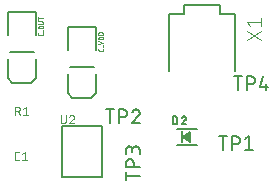
<source format=gbr>
G04 EAGLE Gerber X2 export*
%TF.Part,Single*%
%TF.FileFunction,Legend,Top,1*%
%TF.FilePolarity,Positive*%
%TF.GenerationSoftware,Autodesk,EAGLE,9.1.0*%
%TF.CreationDate,2018-08-23T06:33:32Z*%
G75*
%MOMM*%
%FSLAX34Y34*%
%LPD*%
%AMOC8*
5,1,8,0,0,1.08239X$1,22.5*%
G01*
%ADD10C,0.076200*%
%ADD11C,0.203200*%
%ADD12C,0.127000*%
%ADD13C,0.025400*%
%ADD14C,0.050800*%
%ADD15C,0.101600*%
%ADD16C,0.152400*%
%ADD17R,0.200000X1.000000*%

G36*
X167145Y47793D02*
X167145Y47793D01*
X167216Y47791D01*
X167285Y47809D01*
X167356Y47818D01*
X167422Y47845D01*
X167491Y47863D01*
X167552Y47900D01*
X167618Y47927D01*
X167674Y47972D01*
X167736Y48009D01*
X167785Y48060D01*
X167840Y48105D01*
X167881Y48164D01*
X167930Y48216D01*
X167963Y48279D01*
X168004Y48337D01*
X168027Y48405D01*
X168060Y48469D01*
X168070Y48528D01*
X168097Y48606D01*
X168103Y48725D01*
X168115Y48800D01*
X168115Y52800D01*
X168105Y52871D01*
X168105Y52943D01*
X168085Y53011D01*
X168075Y53082D01*
X168046Y53147D01*
X168026Y53216D01*
X167988Y53276D01*
X167959Y53341D01*
X167913Y53396D01*
X167875Y53456D01*
X167822Y53504D01*
X167776Y53558D01*
X167716Y53598D01*
X167662Y53645D01*
X167598Y53676D01*
X167539Y53716D01*
X167471Y53737D01*
X167406Y53768D01*
X167336Y53780D01*
X167268Y53801D01*
X167196Y53803D01*
X167126Y53815D01*
X167055Y53807D01*
X166984Y53809D01*
X166914Y53790D01*
X166843Y53782D01*
X166788Y53757D01*
X166709Y53737D01*
X166606Y53676D01*
X166537Y53645D01*
X163537Y51645D01*
X163450Y51568D01*
X163360Y51495D01*
X163345Y51473D01*
X163325Y51455D01*
X163263Y51358D01*
X163196Y51263D01*
X163188Y51237D01*
X163173Y51215D01*
X163141Y51104D01*
X163103Y50994D01*
X163102Y50967D01*
X163095Y50942D01*
X163095Y50826D01*
X163089Y50710D01*
X163095Y50684D01*
X163095Y50657D01*
X163127Y50546D01*
X163153Y50433D01*
X163166Y50410D01*
X163174Y50384D01*
X163236Y50286D01*
X163292Y50185D01*
X163310Y50169D01*
X163325Y50144D01*
X163533Y49959D01*
X163537Y49955D01*
X166537Y47955D01*
X166601Y47924D01*
X166661Y47885D01*
X166729Y47863D01*
X166793Y47832D01*
X166864Y47820D01*
X166932Y47799D01*
X167003Y47797D01*
X167074Y47785D01*
X167145Y47793D01*
G37*
D10*
X22705Y31131D02*
X21068Y31131D01*
X20990Y31133D01*
X20912Y31138D01*
X20835Y31148D01*
X20758Y31161D01*
X20682Y31177D01*
X20607Y31197D01*
X20533Y31221D01*
X20460Y31248D01*
X20388Y31279D01*
X20318Y31313D01*
X20249Y31350D01*
X20183Y31391D01*
X20118Y31435D01*
X20056Y31481D01*
X19996Y31531D01*
X19938Y31583D01*
X19883Y31638D01*
X19831Y31696D01*
X19781Y31756D01*
X19735Y31818D01*
X19691Y31883D01*
X19650Y31950D01*
X19613Y32018D01*
X19579Y32088D01*
X19548Y32160D01*
X19521Y32233D01*
X19497Y32307D01*
X19477Y32382D01*
X19461Y32458D01*
X19448Y32535D01*
X19438Y32612D01*
X19433Y32690D01*
X19431Y32768D01*
X19431Y36860D01*
X19433Y36940D01*
X19439Y37020D01*
X19449Y37100D01*
X19462Y37179D01*
X19480Y37258D01*
X19501Y37335D01*
X19527Y37411D01*
X19556Y37486D01*
X19588Y37560D01*
X19624Y37632D01*
X19664Y37702D01*
X19707Y37769D01*
X19753Y37835D01*
X19803Y37898D01*
X19855Y37959D01*
X19910Y38018D01*
X19969Y38073D01*
X20029Y38125D01*
X20093Y38175D01*
X20159Y38221D01*
X20226Y38264D01*
X20296Y38304D01*
X20368Y38340D01*
X20442Y38372D01*
X20516Y38401D01*
X20593Y38427D01*
X20670Y38448D01*
X20749Y38466D01*
X20828Y38479D01*
X20908Y38489D01*
X20988Y38495D01*
X21068Y38497D01*
X22705Y38497D01*
X25550Y36860D02*
X27596Y38497D01*
X27596Y31131D01*
X25550Y31131D02*
X29642Y31131D01*
D11*
X13400Y137000D02*
X13400Y157000D01*
X37400Y157000D01*
X37400Y137000D01*
X13400Y117000D02*
X13400Y101000D01*
X17400Y97000D01*
X33400Y97000D01*
X37400Y101000D01*
X37400Y117000D01*
D12*
X35560Y123190D02*
X15240Y123190D01*
D13*
X43147Y137704D02*
X43147Y138551D01*
X43147Y137704D02*
X43145Y137646D01*
X43139Y137589D01*
X43129Y137532D01*
X43116Y137475D01*
X43098Y137420D01*
X43077Y137367D01*
X43052Y137314D01*
X43024Y137264D01*
X42992Y137216D01*
X42957Y137169D01*
X42919Y137126D01*
X42878Y137085D01*
X42835Y137047D01*
X42788Y137012D01*
X42740Y136980D01*
X42690Y136952D01*
X42637Y136927D01*
X42584Y136906D01*
X42529Y136888D01*
X42472Y136875D01*
X42415Y136865D01*
X42358Y136859D01*
X42300Y136857D01*
X42300Y136858D02*
X40184Y136858D01*
X40184Y136857D02*
X40126Y136859D01*
X40069Y136865D01*
X40012Y136875D01*
X39955Y136888D01*
X39900Y136906D01*
X39847Y136927D01*
X39794Y136952D01*
X39744Y136980D01*
X39696Y137012D01*
X39649Y137047D01*
X39606Y137085D01*
X39565Y137126D01*
X39527Y137169D01*
X39492Y137216D01*
X39460Y137264D01*
X39432Y137314D01*
X39407Y137367D01*
X39386Y137420D01*
X39368Y137475D01*
X39355Y137532D01*
X39345Y137589D01*
X39339Y137646D01*
X39337Y137704D01*
X39337Y138551D01*
X43570Y139761D02*
X43570Y141454D01*
X42089Y142841D02*
X40395Y142841D01*
X40395Y142842D02*
X40331Y142844D01*
X40267Y142850D01*
X40204Y142859D01*
X40142Y142873D01*
X40080Y142890D01*
X40020Y142911D01*
X39961Y142935D01*
X39903Y142963D01*
X39848Y142995D01*
X39794Y143029D01*
X39743Y143067D01*
X39693Y143108D01*
X39647Y143152D01*
X39603Y143198D01*
X39562Y143248D01*
X39524Y143299D01*
X39490Y143353D01*
X39458Y143408D01*
X39430Y143466D01*
X39406Y143525D01*
X39385Y143585D01*
X39368Y143647D01*
X39354Y143709D01*
X39345Y143772D01*
X39339Y143836D01*
X39337Y143900D01*
X39339Y143964D01*
X39345Y144028D01*
X39354Y144091D01*
X39368Y144153D01*
X39385Y144215D01*
X39406Y144275D01*
X39430Y144334D01*
X39458Y144392D01*
X39490Y144447D01*
X39524Y144501D01*
X39562Y144552D01*
X39603Y144602D01*
X39647Y144648D01*
X39693Y144692D01*
X39743Y144733D01*
X39794Y144771D01*
X39848Y144805D01*
X39903Y144837D01*
X39961Y144865D01*
X40020Y144889D01*
X40080Y144910D01*
X40142Y144927D01*
X40204Y144941D01*
X40267Y144950D01*
X40331Y144956D01*
X40395Y144958D01*
X42089Y144958D01*
X42153Y144956D01*
X42217Y144950D01*
X42280Y144941D01*
X42342Y144927D01*
X42404Y144910D01*
X42464Y144889D01*
X42523Y144865D01*
X42581Y144837D01*
X42636Y144805D01*
X42690Y144771D01*
X42741Y144733D01*
X42791Y144692D01*
X42837Y144648D01*
X42881Y144602D01*
X42922Y144552D01*
X42960Y144501D01*
X42994Y144447D01*
X43026Y144392D01*
X43054Y144334D01*
X43078Y144275D01*
X43099Y144215D01*
X43116Y144153D01*
X43130Y144091D01*
X43139Y144028D01*
X43145Y143964D01*
X43147Y143900D01*
X43145Y143836D01*
X43139Y143772D01*
X43130Y143709D01*
X43116Y143647D01*
X43099Y143585D01*
X43078Y143525D01*
X43054Y143466D01*
X43026Y143408D01*
X42994Y143353D01*
X42960Y143299D01*
X42922Y143248D01*
X42881Y143198D01*
X42837Y143152D01*
X42791Y143108D01*
X42741Y143067D01*
X42690Y143029D01*
X42636Y142995D01*
X42581Y142963D01*
X42523Y142935D01*
X42464Y142911D01*
X42404Y142890D01*
X42342Y142873D01*
X42280Y142859D01*
X42217Y142850D01*
X42153Y142844D01*
X42089Y142842D01*
X42089Y146621D02*
X39337Y146621D01*
X42089Y146621D02*
X42153Y146623D01*
X42217Y146629D01*
X42280Y146638D01*
X42342Y146652D01*
X42404Y146669D01*
X42464Y146690D01*
X42523Y146714D01*
X42581Y146742D01*
X42636Y146774D01*
X42690Y146808D01*
X42741Y146846D01*
X42791Y146887D01*
X42837Y146931D01*
X42881Y146977D01*
X42922Y147027D01*
X42960Y147078D01*
X42994Y147132D01*
X43026Y147187D01*
X43054Y147245D01*
X43078Y147304D01*
X43099Y147364D01*
X43116Y147426D01*
X43130Y147488D01*
X43139Y147551D01*
X43145Y147615D01*
X43147Y147679D01*
X43145Y147743D01*
X43139Y147807D01*
X43130Y147870D01*
X43116Y147932D01*
X43099Y147994D01*
X43078Y148054D01*
X43054Y148113D01*
X43026Y148171D01*
X42994Y148226D01*
X42960Y148280D01*
X42922Y148331D01*
X42881Y148381D01*
X42837Y148427D01*
X42791Y148471D01*
X42741Y148512D01*
X42690Y148550D01*
X42636Y148584D01*
X42581Y148616D01*
X42523Y148644D01*
X42464Y148668D01*
X42404Y148689D01*
X42342Y148706D01*
X42280Y148720D01*
X42217Y148729D01*
X42153Y148735D01*
X42089Y148737D01*
X39337Y148737D01*
X39337Y151215D02*
X43147Y151215D01*
X39337Y150156D02*
X39337Y152273D01*
D11*
X64200Y144300D02*
X64200Y124300D01*
X64200Y144300D02*
X88200Y144300D01*
X88200Y124300D01*
X64200Y104300D02*
X64200Y88300D01*
X68200Y84300D01*
X84200Y84300D01*
X88200Y88300D01*
X88200Y104300D01*
D12*
X86360Y110490D02*
X66040Y110490D01*
D13*
X93947Y124639D02*
X93947Y125485D01*
X93947Y124639D02*
X93945Y124581D01*
X93939Y124524D01*
X93929Y124467D01*
X93916Y124410D01*
X93898Y124355D01*
X93877Y124302D01*
X93852Y124249D01*
X93824Y124199D01*
X93792Y124151D01*
X93757Y124104D01*
X93719Y124061D01*
X93678Y124020D01*
X93635Y123982D01*
X93588Y123947D01*
X93540Y123915D01*
X93490Y123887D01*
X93437Y123862D01*
X93384Y123841D01*
X93329Y123823D01*
X93272Y123810D01*
X93215Y123800D01*
X93158Y123794D01*
X93100Y123792D01*
X90984Y123792D01*
X90926Y123794D01*
X90869Y123800D01*
X90812Y123810D01*
X90755Y123823D01*
X90700Y123841D01*
X90647Y123862D01*
X90594Y123887D01*
X90544Y123915D01*
X90496Y123947D01*
X90449Y123982D01*
X90406Y124020D01*
X90365Y124061D01*
X90327Y124104D01*
X90292Y124151D01*
X90260Y124199D01*
X90232Y124249D01*
X90207Y124302D01*
X90186Y124355D01*
X90168Y124410D01*
X90155Y124467D01*
X90145Y124524D01*
X90139Y124581D01*
X90137Y124639D01*
X90137Y125485D01*
X94370Y126695D02*
X94370Y128389D01*
X93947Y130834D02*
X90137Y129564D01*
X90137Y132104D02*
X93947Y130834D01*
X93947Y133555D02*
X90137Y133555D01*
X90137Y134613D01*
X90139Y134677D01*
X90145Y134741D01*
X90154Y134804D01*
X90168Y134866D01*
X90185Y134928D01*
X90206Y134988D01*
X90230Y135047D01*
X90258Y135105D01*
X90290Y135160D01*
X90324Y135214D01*
X90362Y135265D01*
X90403Y135315D01*
X90447Y135361D01*
X90493Y135405D01*
X90543Y135446D01*
X90594Y135484D01*
X90648Y135518D01*
X90703Y135550D01*
X90761Y135578D01*
X90820Y135602D01*
X90880Y135623D01*
X90942Y135640D01*
X91004Y135654D01*
X91068Y135663D01*
X91131Y135669D01*
X91195Y135671D01*
X91195Y135672D02*
X92889Y135672D01*
X92889Y135671D02*
X92953Y135669D01*
X93017Y135663D01*
X93080Y135654D01*
X93142Y135640D01*
X93204Y135623D01*
X93264Y135602D01*
X93323Y135578D01*
X93381Y135550D01*
X93436Y135518D01*
X93490Y135484D01*
X93541Y135446D01*
X93591Y135405D01*
X93637Y135361D01*
X93681Y135315D01*
X93722Y135265D01*
X93760Y135214D01*
X93794Y135160D01*
X93826Y135105D01*
X93854Y135047D01*
X93878Y134988D01*
X93899Y134928D01*
X93916Y134866D01*
X93930Y134804D01*
X93939Y134741D01*
X93945Y134677D01*
X93947Y134613D01*
X93947Y133555D01*
X93947Y137456D02*
X90137Y137456D01*
X90137Y138515D01*
X90139Y138579D01*
X90145Y138643D01*
X90154Y138706D01*
X90168Y138768D01*
X90185Y138830D01*
X90206Y138890D01*
X90230Y138949D01*
X90258Y139007D01*
X90290Y139062D01*
X90324Y139116D01*
X90362Y139167D01*
X90403Y139217D01*
X90447Y139263D01*
X90493Y139307D01*
X90543Y139348D01*
X90594Y139386D01*
X90648Y139420D01*
X90703Y139452D01*
X90761Y139480D01*
X90820Y139504D01*
X90880Y139525D01*
X90942Y139542D01*
X91004Y139556D01*
X91068Y139565D01*
X91131Y139571D01*
X91195Y139573D01*
X92889Y139573D01*
X92953Y139571D01*
X93017Y139565D01*
X93080Y139556D01*
X93142Y139542D01*
X93204Y139525D01*
X93264Y139504D01*
X93323Y139480D01*
X93381Y139452D01*
X93436Y139420D01*
X93490Y139386D01*
X93541Y139348D01*
X93591Y139307D01*
X93637Y139263D01*
X93681Y139217D01*
X93722Y139167D01*
X93760Y139116D01*
X93794Y139062D01*
X93826Y139007D01*
X93854Y138949D01*
X93878Y138890D01*
X93899Y138830D01*
X93916Y138768D01*
X93930Y138706D01*
X93939Y138643D01*
X93945Y138579D01*
X93947Y138515D01*
X93947Y137456D01*
D10*
X19431Y76597D02*
X19431Y69231D01*
X19431Y76597D02*
X21477Y76597D01*
X21566Y76595D01*
X21655Y76589D01*
X21744Y76579D01*
X21832Y76566D01*
X21920Y76549D01*
X22007Y76527D01*
X22092Y76502D01*
X22177Y76474D01*
X22260Y76441D01*
X22342Y76405D01*
X22422Y76366D01*
X22500Y76323D01*
X22576Y76277D01*
X22651Y76227D01*
X22723Y76174D01*
X22792Y76118D01*
X22859Y76059D01*
X22924Y75998D01*
X22985Y75933D01*
X23044Y75866D01*
X23100Y75797D01*
X23153Y75725D01*
X23203Y75650D01*
X23249Y75574D01*
X23292Y75496D01*
X23331Y75416D01*
X23367Y75334D01*
X23400Y75251D01*
X23428Y75166D01*
X23453Y75081D01*
X23475Y74994D01*
X23492Y74906D01*
X23505Y74818D01*
X23515Y74729D01*
X23521Y74640D01*
X23523Y74551D01*
X23521Y74462D01*
X23515Y74373D01*
X23505Y74284D01*
X23492Y74196D01*
X23475Y74108D01*
X23453Y74021D01*
X23428Y73936D01*
X23400Y73851D01*
X23367Y73768D01*
X23331Y73686D01*
X23292Y73606D01*
X23249Y73528D01*
X23203Y73452D01*
X23153Y73377D01*
X23100Y73305D01*
X23044Y73236D01*
X22985Y73169D01*
X22924Y73104D01*
X22859Y73043D01*
X22792Y72984D01*
X22723Y72928D01*
X22651Y72875D01*
X22576Y72825D01*
X22500Y72779D01*
X22422Y72736D01*
X22342Y72697D01*
X22260Y72661D01*
X22177Y72628D01*
X22092Y72600D01*
X22007Y72575D01*
X21920Y72553D01*
X21832Y72536D01*
X21744Y72523D01*
X21655Y72513D01*
X21566Y72507D01*
X21477Y72505D01*
X19431Y72505D01*
X21886Y72505D02*
X23523Y69231D01*
X26695Y74960D02*
X28741Y76597D01*
X28741Y69231D01*
X26695Y69231D02*
X30787Y69231D01*
D12*
X59200Y60100D02*
X93200Y60100D01*
X93200Y17100D01*
X59200Y17100D01*
X59200Y60100D01*
D14*
X58454Y64330D02*
X58454Y69466D01*
X58454Y64330D02*
X58456Y64243D01*
X58462Y64155D01*
X58471Y64068D01*
X58485Y63982D01*
X58502Y63896D01*
X58523Y63812D01*
X58548Y63728D01*
X58577Y63645D01*
X58609Y63564D01*
X58644Y63484D01*
X58683Y63406D01*
X58726Y63329D01*
X58772Y63255D01*
X58821Y63183D01*
X58873Y63113D01*
X58929Y63045D01*
X58987Y62980D01*
X59048Y62917D01*
X59112Y62858D01*
X59179Y62801D01*
X59247Y62747D01*
X59319Y62696D01*
X59392Y62649D01*
X59467Y62604D01*
X59545Y62563D01*
X59624Y62526D01*
X59704Y62492D01*
X59786Y62462D01*
X59869Y62435D01*
X59954Y62412D01*
X60039Y62393D01*
X60125Y62378D01*
X60212Y62366D01*
X60299Y62358D01*
X60386Y62354D01*
X60474Y62354D01*
X60561Y62358D01*
X60648Y62366D01*
X60735Y62378D01*
X60821Y62393D01*
X60906Y62412D01*
X60991Y62435D01*
X61074Y62462D01*
X61156Y62492D01*
X61236Y62526D01*
X61315Y62563D01*
X61393Y62604D01*
X61468Y62649D01*
X61541Y62696D01*
X61613Y62747D01*
X61681Y62801D01*
X61748Y62858D01*
X61812Y62917D01*
X61873Y62980D01*
X61931Y63045D01*
X61987Y63113D01*
X62039Y63183D01*
X62088Y63255D01*
X62134Y63329D01*
X62177Y63406D01*
X62216Y63484D01*
X62251Y63564D01*
X62283Y63645D01*
X62312Y63728D01*
X62337Y63812D01*
X62358Y63896D01*
X62375Y63982D01*
X62389Y64068D01*
X62398Y64155D01*
X62404Y64243D01*
X62406Y64330D01*
X62405Y64330D02*
X62405Y69466D01*
X67714Y69466D02*
X67796Y69464D01*
X67878Y69458D01*
X67960Y69449D01*
X68041Y69436D01*
X68121Y69419D01*
X68201Y69398D01*
X68279Y69374D01*
X68356Y69346D01*
X68432Y69315D01*
X68507Y69280D01*
X68579Y69241D01*
X68650Y69200D01*
X68719Y69155D01*
X68785Y69107D01*
X68850Y69056D01*
X68912Y69002D01*
X68971Y68945D01*
X69028Y68886D01*
X69082Y68824D01*
X69133Y68759D01*
X69181Y68693D01*
X69226Y68624D01*
X69267Y68553D01*
X69306Y68481D01*
X69341Y68406D01*
X69372Y68330D01*
X69400Y68253D01*
X69424Y68175D01*
X69445Y68095D01*
X69462Y68015D01*
X69475Y67934D01*
X69484Y67852D01*
X69490Y67770D01*
X69492Y67688D01*
X67714Y69466D02*
X67621Y69464D01*
X67529Y69458D01*
X67437Y69449D01*
X67345Y69436D01*
X67254Y69419D01*
X67164Y69399D01*
X67074Y69375D01*
X66986Y69347D01*
X66898Y69315D01*
X66813Y69281D01*
X66728Y69242D01*
X66646Y69201D01*
X66565Y69156D01*
X66485Y69107D01*
X66408Y69056D01*
X66333Y69002D01*
X66261Y68944D01*
X66191Y68884D01*
X66123Y68820D01*
X66058Y68755D01*
X65995Y68686D01*
X65936Y68615D01*
X65879Y68542D01*
X65825Y68466D01*
X65775Y68389D01*
X65727Y68309D01*
X65683Y68228D01*
X65643Y68144D01*
X65605Y68060D01*
X65571Y67973D01*
X65541Y67886D01*
X68899Y66305D02*
X68960Y66366D01*
X69018Y66429D01*
X69073Y66495D01*
X69126Y66563D01*
X69175Y66634D01*
X69220Y66706D01*
X69263Y66781D01*
X69302Y66857D01*
X69338Y66936D01*
X69370Y67015D01*
X69398Y67096D01*
X69423Y67179D01*
X69444Y67262D01*
X69461Y67346D01*
X69475Y67431D01*
X69484Y67516D01*
X69490Y67602D01*
X69492Y67688D01*
X68899Y66305D02*
X65541Y62354D01*
X69492Y62354D01*
D11*
X192800Y154800D02*
X192800Y162300D01*
X192800Y154800D02*
X205800Y154800D01*
X205800Y106800D01*
X149800Y106800D02*
X149800Y154800D01*
X162800Y154800D01*
X162800Y162300D01*
X192800Y162300D01*
D15*
X215808Y140511D02*
X227492Y132722D01*
X227492Y140511D02*
X215808Y132722D01*
X218404Y144801D02*
X215808Y148046D01*
X227492Y148046D01*
X227492Y144801D02*
X227492Y151292D01*
D16*
X153162Y68326D02*
X153162Y61722D01*
X153162Y68326D02*
X154996Y68326D01*
X155081Y68324D01*
X155165Y68318D01*
X155249Y68308D01*
X155333Y68295D01*
X155416Y68277D01*
X155498Y68256D01*
X155579Y68231D01*
X155659Y68202D01*
X155737Y68170D01*
X155813Y68134D01*
X155888Y68094D01*
X155961Y68051D01*
X156032Y68005D01*
X156101Y67956D01*
X156168Y67903D01*
X156232Y67847D01*
X156293Y67789D01*
X156351Y67728D01*
X156407Y67664D01*
X156460Y67597D01*
X156509Y67528D01*
X156555Y67457D01*
X156598Y67384D01*
X156638Y67309D01*
X156674Y67233D01*
X156706Y67155D01*
X156735Y67075D01*
X156760Y66994D01*
X156781Y66912D01*
X156799Y66829D01*
X156812Y66745D01*
X156822Y66661D01*
X156828Y66577D01*
X156830Y66492D01*
X156831Y66492D02*
X156831Y63556D01*
X156830Y63556D02*
X156828Y63471D01*
X156822Y63387D01*
X156812Y63303D01*
X156799Y63219D01*
X156781Y63136D01*
X156760Y63054D01*
X156735Y62973D01*
X156706Y62893D01*
X156674Y62815D01*
X156638Y62739D01*
X156598Y62664D01*
X156555Y62591D01*
X156509Y62520D01*
X156460Y62451D01*
X156407Y62384D01*
X156351Y62320D01*
X156293Y62259D01*
X156232Y62201D01*
X156168Y62145D01*
X156101Y62092D01*
X156032Y62043D01*
X155961Y61997D01*
X155888Y61954D01*
X155813Y61914D01*
X155737Y61878D01*
X155659Y61846D01*
X155579Y61817D01*
X155498Y61792D01*
X155416Y61771D01*
X155333Y61753D01*
X155249Y61740D01*
X155165Y61730D01*
X155081Y61724D01*
X154996Y61722D01*
X153162Y61722D01*
X162739Y68326D02*
X162818Y68324D01*
X162896Y68319D01*
X162974Y68309D01*
X163051Y68296D01*
X163128Y68279D01*
X163204Y68259D01*
X163279Y68235D01*
X163353Y68208D01*
X163425Y68177D01*
X163496Y68142D01*
X163565Y68105D01*
X163632Y68064D01*
X163697Y68020D01*
X163760Y67973D01*
X163820Y67923D01*
X163878Y67870D01*
X163934Y67814D01*
X163987Y67756D01*
X164037Y67696D01*
X164084Y67633D01*
X164128Y67568D01*
X164169Y67501D01*
X164206Y67432D01*
X164241Y67361D01*
X164272Y67289D01*
X164299Y67215D01*
X164323Y67140D01*
X164343Y67064D01*
X164360Y66987D01*
X164373Y66910D01*
X164383Y66832D01*
X164388Y66754D01*
X164390Y66675D01*
X162739Y68326D02*
X162650Y68324D01*
X162561Y68319D01*
X162473Y68309D01*
X162385Y68296D01*
X162298Y68280D01*
X162211Y68259D01*
X162126Y68235D01*
X162041Y68208D01*
X161958Y68177D01*
X161876Y68142D01*
X161795Y68104D01*
X161716Y68063D01*
X161640Y68019D01*
X161564Y67971D01*
X161491Y67920D01*
X161421Y67867D01*
X161352Y67810D01*
X161286Y67750D01*
X161223Y67688D01*
X161162Y67623D01*
X161104Y67556D01*
X161049Y67486D01*
X160996Y67414D01*
X160947Y67340D01*
X160901Y67264D01*
X160859Y67186D01*
X160819Y67106D01*
X160783Y67025D01*
X160750Y66942D01*
X160721Y66858D01*
X163840Y65391D02*
X163896Y65447D01*
X163950Y65506D01*
X164001Y65567D01*
X164050Y65631D01*
X164095Y65696D01*
X164138Y65764D01*
X164177Y65833D01*
X164214Y65904D01*
X164247Y65977D01*
X164276Y66051D01*
X164303Y66126D01*
X164326Y66202D01*
X164345Y66280D01*
X164361Y66358D01*
X164374Y66436D01*
X164383Y66516D01*
X164388Y66595D01*
X164390Y66675D01*
X163840Y65391D02*
X160721Y61722D01*
X164390Y61722D01*
D11*
X156370Y57800D02*
X173830Y57800D01*
X173830Y43800D02*
X156370Y43800D01*
X162100Y50800D02*
X168100Y54800D01*
X168100Y46800D01*
X162100Y50800D01*
D17*
X161100Y50800D03*
D12*
X195580Y51435D02*
X195580Y40005D01*
X192405Y51435D02*
X198755Y51435D01*
X203645Y51435D02*
X203645Y40005D01*
X203645Y51435D02*
X206820Y51435D01*
X206931Y51433D01*
X207041Y51427D01*
X207152Y51418D01*
X207262Y51404D01*
X207371Y51387D01*
X207480Y51366D01*
X207588Y51341D01*
X207695Y51312D01*
X207801Y51280D01*
X207906Y51244D01*
X208009Y51204D01*
X208111Y51161D01*
X208212Y51114D01*
X208311Y51063D01*
X208408Y51010D01*
X208502Y50953D01*
X208595Y50892D01*
X208686Y50829D01*
X208775Y50762D01*
X208861Y50692D01*
X208944Y50619D01*
X209026Y50544D01*
X209104Y50466D01*
X209179Y50384D01*
X209252Y50301D01*
X209322Y50215D01*
X209389Y50126D01*
X209452Y50035D01*
X209513Y49942D01*
X209570Y49847D01*
X209623Y49751D01*
X209674Y49652D01*
X209721Y49551D01*
X209764Y49449D01*
X209804Y49346D01*
X209840Y49241D01*
X209872Y49135D01*
X209901Y49028D01*
X209926Y48920D01*
X209947Y48811D01*
X209964Y48702D01*
X209978Y48592D01*
X209987Y48481D01*
X209993Y48371D01*
X209995Y48260D01*
X209993Y48149D01*
X209987Y48039D01*
X209978Y47928D01*
X209964Y47818D01*
X209947Y47709D01*
X209926Y47600D01*
X209901Y47492D01*
X209872Y47385D01*
X209840Y47279D01*
X209804Y47174D01*
X209764Y47071D01*
X209721Y46969D01*
X209674Y46868D01*
X209623Y46769D01*
X209570Y46672D01*
X209513Y46578D01*
X209452Y46485D01*
X209389Y46394D01*
X209322Y46305D01*
X209252Y46219D01*
X209179Y46136D01*
X209104Y46054D01*
X209026Y45976D01*
X208944Y45901D01*
X208861Y45828D01*
X208775Y45758D01*
X208686Y45691D01*
X208595Y45628D01*
X208502Y45567D01*
X208407Y45510D01*
X208311Y45457D01*
X208212Y45406D01*
X208111Y45359D01*
X208009Y45316D01*
X207906Y45276D01*
X207801Y45240D01*
X207695Y45208D01*
X207588Y45179D01*
X207480Y45154D01*
X207371Y45133D01*
X207262Y45116D01*
X207152Y45102D01*
X207041Y45093D01*
X206931Y45087D01*
X206820Y45085D01*
X203645Y45085D01*
X214503Y48895D02*
X217678Y51435D01*
X217678Y40005D01*
X214503Y40005D02*
X220853Y40005D01*
X99822Y62865D02*
X99822Y74295D01*
X96647Y74295D02*
X102997Y74295D01*
X107887Y74295D02*
X107887Y62865D01*
X107887Y74295D02*
X111062Y74295D01*
X111173Y74293D01*
X111283Y74287D01*
X111394Y74278D01*
X111504Y74264D01*
X111613Y74247D01*
X111722Y74226D01*
X111830Y74201D01*
X111937Y74172D01*
X112043Y74140D01*
X112148Y74104D01*
X112251Y74064D01*
X112353Y74021D01*
X112454Y73974D01*
X112553Y73923D01*
X112650Y73870D01*
X112744Y73813D01*
X112837Y73752D01*
X112928Y73689D01*
X113017Y73622D01*
X113103Y73552D01*
X113186Y73479D01*
X113268Y73404D01*
X113346Y73326D01*
X113421Y73244D01*
X113494Y73161D01*
X113564Y73075D01*
X113631Y72986D01*
X113694Y72895D01*
X113755Y72802D01*
X113812Y72707D01*
X113865Y72611D01*
X113916Y72512D01*
X113963Y72411D01*
X114006Y72309D01*
X114046Y72206D01*
X114082Y72101D01*
X114114Y71995D01*
X114143Y71888D01*
X114168Y71780D01*
X114189Y71671D01*
X114206Y71562D01*
X114220Y71452D01*
X114229Y71341D01*
X114235Y71231D01*
X114237Y71120D01*
X114235Y71009D01*
X114229Y70899D01*
X114220Y70788D01*
X114206Y70678D01*
X114189Y70569D01*
X114168Y70460D01*
X114143Y70352D01*
X114114Y70245D01*
X114082Y70139D01*
X114046Y70034D01*
X114006Y69931D01*
X113963Y69829D01*
X113916Y69728D01*
X113865Y69629D01*
X113812Y69532D01*
X113755Y69438D01*
X113694Y69345D01*
X113631Y69254D01*
X113564Y69165D01*
X113494Y69079D01*
X113421Y68996D01*
X113346Y68914D01*
X113268Y68836D01*
X113186Y68761D01*
X113103Y68688D01*
X113017Y68618D01*
X112928Y68551D01*
X112837Y68488D01*
X112744Y68427D01*
X112649Y68370D01*
X112553Y68317D01*
X112454Y68266D01*
X112353Y68219D01*
X112251Y68176D01*
X112148Y68136D01*
X112043Y68100D01*
X111937Y68068D01*
X111830Y68039D01*
X111722Y68014D01*
X111613Y67993D01*
X111504Y67976D01*
X111394Y67962D01*
X111283Y67953D01*
X111173Y67947D01*
X111062Y67945D01*
X107887Y67945D01*
X122238Y74296D02*
X122342Y74294D01*
X122447Y74288D01*
X122551Y74279D01*
X122654Y74266D01*
X122757Y74248D01*
X122859Y74228D01*
X122961Y74203D01*
X123061Y74175D01*
X123161Y74143D01*
X123259Y74107D01*
X123356Y74068D01*
X123451Y74026D01*
X123545Y73980D01*
X123637Y73930D01*
X123727Y73878D01*
X123815Y73822D01*
X123901Y73762D01*
X123985Y73700D01*
X124066Y73635D01*
X124145Y73567D01*
X124222Y73495D01*
X124295Y73422D01*
X124367Y73345D01*
X124435Y73266D01*
X124500Y73185D01*
X124562Y73101D01*
X124622Y73015D01*
X124678Y72927D01*
X124730Y72837D01*
X124780Y72745D01*
X124826Y72651D01*
X124868Y72556D01*
X124907Y72459D01*
X124943Y72361D01*
X124975Y72261D01*
X125003Y72161D01*
X125028Y72059D01*
X125048Y71957D01*
X125066Y71854D01*
X125079Y71751D01*
X125088Y71647D01*
X125094Y71542D01*
X125096Y71438D01*
X122238Y74295D02*
X122120Y74293D01*
X122001Y74287D01*
X121883Y74278D01*
X121766Y74265D01*
X121649Y74247D01*
X121532Y74227D01*
X121416Y74202D01*
X121301Y74174D01*
X121188Y74141D01*
X121075Y74106D01*
X120963Y74066D01*
X120853Y74024D01*
X120744Y73977D01*
X120636Y73927D01*
X120531Y73874D01*
X120427Y73817D01*
X120325Y73757D01*
X120225Y73694D01*
X120127Y73627D01*
X120031Y73558D01*
X119938Y73485D01*
X119847Y73409D01*
X119758Y73331D01*
X119672Y73249D01*
X119589Y73165D01*
X119508Y73079D01*
X119431Y72989D01*
X119356Y72898D01*
X119284Y72804D01*
X119215Y72707D01*
X119150Y72609D01*
X119087Y72508D01*
X119028Y72405D01*
X118972Y72301D01*
X118920Y72195D01*
X118871Y72087D01*
X118826Y71978D01*
X118784Y71867D01*
X118746Y71755D01*
X124143Y69216D02*
X124219Y69291D01*
X124294Y69370D01*
X124365Y69451D01*
X124434Y69535D01*
X124499Y69621D01*
X124561Y69709D01*
X124621Y69799D01*
X124677Y69891D01*
X124730Y69986D01*
X124779Y70082D01*
X124825Y70180D01*
X124868Y70279D01*
X124907Y70380D01*
X124942Y70482D01*
X124974Y70585D01*
X125002Y70689D01*
X125027Y70794D01*
X125048Y70901D01*
X125065Y71007D01*
X125078Y71114D01*
X125087Y71222D01*
X125093Y71330D01*
X125095Y71438D01*
X124143Y69215D02*
X118745Y62865D01*
X125095Y62865D01*
X125095Y17780D02*
X113665Y17780D01*
X113665Y14605D02*
X113665Y20955D01*
X113665Y25845D02*
X125095Y25845D01*
X113665Y25845D02*
X113665Y29020D01*
X113667Y29131D01*
X113673Y29241D01*
X113682Y29352D01*
X113696Y29462D01*
X113713Y29571D01*
X113734Y29680D01*
X113759Y29788D01*
X113788Y29895D01*
X113820Y30001D01*
X113856Y30106D01*
X113896Y30209D01*
X113939Y30311D01*
X113986Y30412D01*
X114037Y30511D01*
X114090Y30607D01*
X114147Y30702D01*
X114208Y30795D01*
X114271Y30886D01*
X114338Y30975D01*
X114408Y31061D01*
X114481Y31144D01*
X114556Y31226D01*
X114634Y31304D01*
X114716Y31379D01*
X114799Y31452D01*
X114885Y31522D01*
X114974Y31589D01*
X115065Y31652D01*
X115158Y31713D01*
X115253Y31770D01*
X115349Y31823D01*
X115448Y31874D01*
X115549Y31921D01*
X115651Y31964D01*
X115754Y32004D01*
X115859Y32040D01*
X115965Y32072D01*
X116072Y32101D01*
X116180Y32126D01*
X116289Y32147D01*
X116398Y32164D01*
X116508Y32178D01*
X116619Y32187D01*
X116729Y32193D01*
X116840Y32195D01*
X116951Y32193D01*
X117061Y32187D01*
X117172Y32178D01*
X117282Y32164D01*
X117391Y32147D01*
X117500Y32126D01*
X117608Y32101D01*
X117715Y32072D01*
X117821Y32040D01*
X117926Y32004D01*
X118029Y31964D01*
X118131Y31921D01*
X118232Y31874D01*
X118331Y31823D01*
X118428Y31770D01*
X118522Y31713D01*
X118615Y31652D01*
X118706Y31589D01*
X118795Y31522D01*
X118881Y31452D01*
X118964Y31379D01*
X119046Y31304D01*
X119124Y31226D01*
X119199Y31144D01*
X119272Y31061D01*
X119342Y30975D01*
X119409Y30886D01*
X119472Y30795D01*
X119533Y30702D01*
X119590Y30608D01*
X119643Y30511D01*
X119694Y30412D01*
X119741Y30311D01*
X119784Y30209D01*
X119824Y30106D01*
X119860Y30001D01*
X119892Y29895D01*
X119921Y29788D01*
X119946Y29680D01*
X119967Y29571D01*
X119984Y29462D01*
X119998Y29352D01*
X120007Y29241D01*
X120013Y29131D01*
X120015Y29020D01*
X120015Y25845D01*
X125095Y36703D02*
X125095Y39878D01*
X125093Y39989D01*
X125087Y40099D01*
X125078Y40210D01*
X125064Y40320D01*
X125047Y40429D01*
X125026Y40538D01*
X125001Y40646D01*
X124972Y40753D01*
X124940Y40859D01*
X124904Y40964D01*
X124864Y41067D01*
X124821Y41169D01*
X124774Y41270D01*
X124723Y41369D01*
X124670Y41466D01*
X124613Y41560D01*
X124552Y41653D01*
X124489Y41744D01*
X124422Y41833D01*
X124352Y41919D01*
X124279Y42002D01*
X124204Y42084D01*
X124126Y42162D01*
X124044Y42237D01*
X123961Y42310D01*
X123875Y42380D01*
X123786Y42447D01*
X123695Y42510D01*
X123602Y42571D01*
X123508Y42628D01*
X123411Y42681D01*
X123312Y42732D01*
X123211Y42779D01*
X123109Y42822D01*
X123006Y42862D01*
X122901Y42898D01*
X122795Y42930D01*
X122688Y42959D01*
X122580Y42984D01*
X122471Y43005D01*
X122362Y43022D01*
X122252Y43036D01*
X122141Y43045D01*
X122031Y43051D01*
X121920Y43053D01*
X121809Y43051D01*
X121699Y43045D01*
X121588Y43036D01*
X121478Y43022D01*
X121369Y43005D01*
X121260Y42984D01*
X121152Y42959D01*
X121045Y42930D01*
X120939Y42898D01*
X120834Y42862D01*
X120731Y42822D01*
X120629Y42779D01*
X120528Y42732D01*
X120429Y42681D01*
X120333Y42628D01*
X120238Y42571D01*
X120145Y42510D01*
X120054Y42447D01*
X119965Y42380D01*
X119879Y42310D01*
X119796Y42237D01*
X119714Y42162D01*
X119636Y42084D01*
X119561Y42002D01*
X119488Y41919D01*
X119418Y41833D01*
X119351Y41744D01*
X119288Y41653D01*
X119227Y41560D01*
X119170Y41465D01*
X119117Y41369D01*
X119066Y41270D01*
X119019Y41169D01*
X118976Y41067D01*
X118936Y40964D01*
X118900Y40859D01*
X118868Y40753D01*
X118839Y40646D01*
X118814Y40538D01*
X118793Y40429D01*
X118776Y40320D01*
X118762Y40210D01*
X118753Y40099D01*
X118747Y39989D01*
X118745Y39878D01*
X113665Y40513D02*
X113665Y36703D01*
X113665Y40513D02*
X113667Y40613D01*
X113673Y40712D01*
X113683Y40812D01*
X113696Y40910D01*
X113714Y41009D01*
X113735Y41106D01*
X113760Y41202D01*
X113789Y41298D01*
X113822Y41392D01*
X113858Y41485D01*
X113898Y41576D01*
X113942Y41666D01*
X113989Y41754D01*
X114039Y41840D01*
X114093Y41924D01*
X114150Y42006D01*
X114210Y42085D01*
X114274Y42163D01*
X114340Y42237D01*
X114409Y42309D01*
X114481Y42378D01*
X114555Y42444D01*
X114633Y42508D01*
X114712Y42568D01*
X114794Y42625D01*
X114878Y42679D01*
X114964Y42729D01*
X115052Y42776D01*
X115142Y42820D01*
X115233Y42860D01*
X115326Y42896D01*
X115420Y42929D01*
X115516Y42958D01*
X115612Y42983D01*
X115709Y43004D01*
X115808Y43022D01*
X115906Y43035D01*
X116006Y43045D01*
X116105Y43051D01*
X116205Y43053D01*
X116305Y43051D01*
X116404Y43045D01*
X116504Y43035D01*
X116602Y43022D01*
X116701Y43004D01*
X116798Y42983D01*
X116894Y42958D01*
X116990Y42929D01*
X117084Y42896D01*
X117177Y42860D01*
X117268Y42820D01*
X117358Y42776D01*
X117446Y42729D01*
X117532Y42679D01*
X117616Y42625D01*
X117698Y42568D01*
X117777Y42508D01*
X117855Y42444D01*
X117929Y42378D01*
X118001Y42309D01*
X118070Y42237D01*
X118136Y42163D01*
X118200Y42085D01*
X118260Y42006D01*
X118317Y41924D01*
X118371Y41840D01*
X118421Y41754D01*
X118468Y41666D01*
X118512Y41576D01*
X118552Y41485D01*
X118588Y41392D01*
X118621Y41298D01*
X118650Y41202D01*
X118675Y41106D01*
X118696Y41009D01*
X118714Y40910D01*
X118727Y40812D01*
X118737Y40712D01*
X118743Y40613D01*
X118745Y40513D01*
X118745Y37973D01*
X208280Y90805D02*
X208280Y102235D01*
X205105Y102235D02*
X211455Y102235D01*
X216345Y102235D02*
X216345Y90805D01*
X216345Y102235D02*
X219520Y102235D01*
X219631Y102233D01*
X219741Y102227D01*
X219852Y102218D01*
X219962Y102204D01*
X220071Y102187D01*
X220180Y102166D01*
X220288Y102141D01*
X220395Y102112D01*
X220501Y102080D01*
X220606Y102044D01*
X220709Y102004D01*
X220811Y101961D01*
X220912Y101914D01*
X221011Y101863D01*
X221108Y101810D01*
X221202Y101753D01*
X221295Y101692D01*
X221386Y101629D01*
X221475Y101562D01*
X221561Y101492D01*
X221644Y101419D01*
X221726Y101344D01*
X221804Y101266D01*
X221879Y101184D01*
X221952Y101101D01*
X222022Y101015D01*
X222089Y100926D01*
X222152Y100835D01*
X222213Y100742D01*
X222270Y100647D01*
X222323Y100551D01*
X222374Y100452D01*
X222421Y100351D01*
X222464Y100249D01*
X222504Y100146D01*
X222540Y100041D01*
X222572Y99935D01*
X222601Y99828D01*
X222626Y99720D01*
X222647Y99611D01*
X222664Y99502D01*
X222678Y99392D01*
X222687Y99281D01*
X222693Y99171D01*
X222695Y99060D01*
X222693Y98949D01*
X222687Y98839D01*
X222678Y98728D01*
X222664Y98618D01*
X222647Y98509D01*
X222626Y98400D01*
X222601Y98292D01*
X222572Y98185D01*
X222540Y98079D01*
X222504Y97974D01*
X222464Y97871D01*
X222421Y97769D01*
X222374Y97668D01*
X222323Y97569D01*
X222270Y97472D01*
X222213Y97378D01*
X222152Y97285D01*
X222089Y97194D01*
X222022Y97105D01*
X221952Y97019D01*
X221879Y96936D01*
X221804Y96854D01*
X221726Y96776D01*
X221644Y96701D01*
X221561Y96628D01*
X221475Y96558D01*
X221386Y96491D01*
X221295Y96428D01*
X221202Y96367D01*
X221107Y96310D01*
X221011Y96257D01*
X220912Y96206D01*
X220811Y96159D01*
X220709Y96116D01*
X220606Y96076D01*
X220501Y96040D01*
X220395Y96008D01*
X220288Y95979D01*
X220180Y95954D01*
X220071Y95933D01*
X219962Y95916D01*
X219852Y95902D01*
X219741Y95893D01*
X219631Y95887D01*
X219520Y95885D01*
X216345Y95885D01*
X227203Y93345D02*
X229743Y102235D01*
X227203Y93345D02*
X233553Y93345D01*
X231648Y95885D02*
X231648Y90805D01*
M02*

</source>
